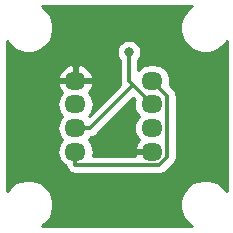
<source format=gbl>
G04 #@! TF.GenerationSoftware,KiCad,Pcbnew,(5.1.2)-1*
G04 #@! TF.CreationDate,2021-08-30T19:49:36+09:00*
G04 #@! TF.ProjectId,IR,49522e6b-6963-4616-945f-706362585858,v1.0*
G04 #@! TF.SameCoordinates,Original*
G04 #@! TF.FileFunction,Copper,L2,Bot*
G04 #@! TF.FilePolarity,Positive*
%FSLAX46Y46*%
G04 Gerber Fmt 4.6, Leading zero omitted, Abs format (unit mm)*
G04 Created by KiCad (PCBNEW (5.1.2)-1) date 2021-08-30 19:49:36*
%MOMM*%
%LPD*%
G04 APERTURE LIST*
%ADD10O,1.800000X1.524000*%
%ADD11C,0.800000*%
%ADD12C,0.300000*%
%ADD13C,0.254000*%
G04 APERTURE END LIST*
D10*
X185500000Y-113000000D03*
X185500000Y-111000000D03*
X185500000Y-109000000D03*
X185500000Y-107000000D03*
X192000000Y-107000000D03*
X192000000Y-109000000D03*
X192000000Y-111000000D03*
X192000000Y-113000000D03*
D11*
X187750000Y-113000000D03*
X196250000Y-109500000D03*
X187500000Y-105000000D03*
X190000000Y-101250000D03*
X182500000Y-107000000D03*
X190026000Y-104568200D03*
D12*
X192000000Y-113000000D02*
X187750000Y-113000000D01*
X185500000Y-107000000D02*
X182500000Y-107000000D01*
X192605400Y-114112300D02*
X185500000Y-114112300D01*
X193275300Y-113442400D02*
X192605400Y-114112300D01*
X193275300Y-108275300D02*
X193275300Y-113442400D01*
X192000000Y-107000000D02*
X193275300Y-108275300D01*
X185500000Y-113000000D02*
X185500000Y-114112300D01*
X185500000Y-111000000D02*
X186750300Y-111000000D01*
X190375200Y-107375100D02*
X186750300Y-111000000D01*
X192000000Y-109000000D02*
X190375200Y-107375100D01*
X190026000Y-107026000D02*
X190026000Y-104568200D01*
X190375200Y-107375100D02*
X190026000Y-107026000D01*
D13*
G36*
X195139017Y-100841637D02*
G01*
X194841637Y-101139017D01*
X194607988Y-101488698D01*
X194447047Y-101877244D01*
X194365000Y-102289721D01*
X194365000Y-102710279D01*
X194447047Y-103122756D01*
X194607988Y-103511302D01*
X194841637Y-103860983D01*
X195139017Y-104158363D01*
X195488698Y-104392012D01*
X195877244Y-104552953D01*
X196289721Y-104635000D01*
X196710279Y-104635000D01*
X197122756Y-104552953D01*
X197511302Y-104392012D01*
X197860983Y-104158363D01*
X198158363Y-103860983D01*
X198290000Y-103663974D01*
X198290001Y-116336027D01*
X198158363Y-116139017D01*
X197860983Y-115841637D01*
X197511302Y-115607988D01*
X197122756Y-115447047D01*
X196710279Y-115365000D01*
X196289721Y-115365000D01*
X195877244Y-115447047D01*
X195488698Y-115607988D01*
X195139017Y-115841637D01*
X194841637Y-116139017D01*
X194607988Y-116488698D01*
X194447047Y-116877244D01*
X194365000Y-117289721D01*
X194365000Y-117710279D01*
X194447047Y-118122756D01*
X194607988Y-118511302D01*
X194841637Y-118860983D01*
X195139017Y-119158363D01*
X195336026Y-119290000D01*
X182663974Y-119290000D01*
X182860983Y-119158363D01*
X183158363Y-118860983D01*
X183392012Y-118511302D01*
X183552953Y-118122756D01*
X183635000Y-117710279D01*
X183635000Y-117289721D01*
X183552953Y-116877244D01*
X183392012Y-116488698D01*
X183158363Y-116139017D01*
X182860983Y-115841637D01*
X182511302Y-115607988D01*
X182122756Y-115447047D01*
X181710279Y-115365000D01*
X181289721Y-115365000D01*
X180877244Y-115447047D01*
X180488698Y-115607988D01*
X180139017Y-115841637D01*
X179841637Y-116139017D01*
X179710000Y-116336026D01*
X179710000Y-109000000D01*
X183958241Y-109000000D01*
X183985214Y-109273860D01*
X184065096Y-109537195D01*
X184194817Y-109779887D01*
X184369392Y-109992608D01*
X184378399Y-110000000D01*
X184369392Y-110007392D01*
X184194817Y-110220113D01*
X184065096Y-110462805D01*
X183985214Y-110726140D01*
X183958241Y-111000000D01*
X183985214Y-111273860D01*
X184065096Y-111537195D01*
X184194817Y-111779887D01*
X184369392Y-111992608D01*
X184378399Y-112000000D01*
X184369392Y-112007392D01*
X184194817Y-112220113D01*
X184065096Y-112462805D01*
X183985214Y-112726140D01*
X183958241Y-113000000D01*
X183985214Y-113273860D01*
X184065096Y-113537195D01*
X184194817Y-113779887D01*
X184369392Y-113992608D01*
X184582113Y-114167183D01*
X184724082Y-114243067D01*
X184726359Y-114266187D01*
X184771246Y-114414160D01*
X184844138Y-114550533D01*
X184942236Y-114670064D01*
X185061767Y-114768162D01*
X185198140Y-114841054D01*
X185346113Y-114885941D01*
X185461439Y-114897300D01*
X185461440Y-114897300D01*
X185500000Y-114901098D01*
X185538561Y-114897300D01*
X192566847Y-114897300D01*
X192605400Y-114901097D01*
X192643953Y-114897300D01*
X192643961Y-114897300D01*
X192759287Y-114885941D01*
X192907260Y-114841054D01*
X193043633Y-114768162D01*
X193163164Y-114670064D01*
X193187747Y-114640110D01*
X193803110Y-114024747D01*
X193833064Y-114000164D01*
X193931162Y-113880633D01*
X194004054Y-113744260D01*
X194048942Y-113596287D01*
X194056320Y-113521374D01*
X194060300Y-113480961D01*
X194060300Y-113480956D01*
X194064097Y-113442400D01*
X194060300Y-113403844D01*
X194060300Y-108313856D01*
X194064097Y-108275300D01*
X194060300Y-108236740D01*
X194060300Y-108236739D01*
X194053449Y-108167183D01*
X194048942Y-108121413D01*
X194004054Y-107973440D01*
X193966356Y-107902912D01*
X193931162Y-107837067D01*
X193833064Y-107717536D01*
X193803111Y-107692954D01*
X193484350Y-107374193D01*
X193514786Y-107273860D01*
X193541759Y-107000000D01*
X193514786Y-106726140D01*
X193434904Y-106462805D01*
X193305183Y-106220113D01*
X193130608Y-106007392D01*
X192917887Y-105832817D01*
X192675195Y-105703096D01*
X192411860Y-105623214D01*
X192206625Y-105603000D01*
X191793375Y-105603000D01*
X191588140Y-105623214D01*
X191324805Y-105703096D01*
X191082113Y-105832817D01*
X190869392Y-106007392D01*
X190811000Y-106078543D01*
X190811000Y-105246911D01*
X190829937Y-105227974D01*
X190943205Y-105058456D01*
X191021226Y-104870098D01*
X191061000Y-104670139D01*
X191061000Y-104466261D01*
X191021226Y-104266302D01*
X190943205Y-104077944D01*
X190829937Y-103908426D01*
X190685774Y-103764263D01*
X190516256Y-103650995D01*
X190327898Y-103572974D01*
X190127939Y-103533200D01*
X189924061Y-103533200D01*
X189724102Y-103572974D01*
X189535744Y-103650995D01*
X189366226Y-103764263D01*
X189222063Y-103908426D01*
X189108795Y-104077944D01*
X189030774Y-104266302D01*
X188991000Y-104466261D01*
X188991000Y-104670139D01*
X189030774Y-104870098D01*
X189108795Y-105058456D01*
X189222063Y-105227974D01*
X189241001Y-105246912D01*
X189241000Y-106987500D01*
X189237203Y-107026112D01*
X189244436Y-107099447D01*
X189252359Y-107179886D01*
X189252375Y-107179940D01*
X189252381Y-107179997D01*
X189274386Y-107252498D01*
X189297246Y-107327859D01*
X189297274Y-107327912D01*
X189297290Y-107327964D01*
X189302477Y-107337666D01*
X186631574Y-110008569D01*
X186630608Y-110007392D01*
X186621601Y-110000000D01*
X186630608Y-109992608D01*
X186805183Y-109779887D01*
X186934904Y-109537195D01*
X187014786Y-109273860D01*
X187041759Y-109000000D01*
X187014786Y-108726140D01*
X186934904Y-108462805D01*
X186805183Y-108220113D01*
X186630608Y-108007392D01*
X186614337Y-107994039D01*
X186762135Y-107830330D01*
X186902524Y-107595068D01*
X186992220Y-107343070D01*
X186869720Y-107127000D01*
X185627000Y-107127000D01*
X185627000Y-107147000D01*
X185373000Y-107147000D01*
X185373000Y-107127000D01*
X184130280Y-107127000D01*
X184007780Y-107343070D01*
X184097476Y-107595068D01*
X184237865Y-107830330D01*
X184385663Y-107994039D01*
X184369392Y-108007392D01*
X184194817Y-108220113D01*
X184065096Y-108462805D01*
X183985214Y-108726140D01*
X183958241Y-109000000D01*
X179710000Y-109000000D01*
X179710000Y-106656930D01*
X184007780Y-106656930D01*
X184130280Y-106873000D01*
X185373000Y-106873000D01*
X185373000Y-105761251D01*
X185627000Y-105761251D01*
X185627000Y-106873000D01*
X186869720Y-106873000D01*
X186992220Y-106656930D01*
X186902524Y-106404932D01*
X186762135Y-106169670D01*
X186578546Y-105966317D01*
X186358812Y-105802688D01*
X186111378Y-105685071D01*
X185845752Y-105617986D01*
X185627000Y-105761251D01*
X185373000Y-105761251D01*
X185154248Y-105617986D01*
X184888622Y-105685071D01*
X184641188Y-105802688D01*
X184421454Y-105966317D01*
X184237865Y-106169670D01*
X184097476Y-106404932D01*
X184007780Y-106656930D01*
X179710000Y-106656930D01*
X179710000Y-103663974D01*
X179841637Y-103860983D01*
X180139017Y-104158363D01*
X180488698Y-104392012D01*
X180877244Y-104552953D01*
X181289721Y-104635000D01*
X181710279Y-104635000D01*
X182122756Y-104552953D01*
X182511302Y-104392012D01*
X182860983Y-104158363D01*
X183158363Y-103860983D01*
X183392012Y-103511302D01*
X183552953Y-103122756D01*
X183635000Y-102710279D01*
X183635000Y-102289721D01*
X183552953Y-101877244D01*
X183392012Y-101488698D01*
X183158363Y-101139017D01*
X182860983Y-100841637D01*
X182663974Y-100710000D01*
X195336026Y-100710000D01*
X195139017Y-100841637D01*
X195139017Y-100841637D01*
G37*
X195139017Y-100841637D02*
X194841637Y-101139017D01*
X194607988Y-101488698D01*
X194447047Y-101877244D01*
X194365000Y-102289721D01*
X194365000Y-102710279D01*
X194447047Y-103122756D01*
X194607988Y-103511302D01*
X194841637Y-103860983D01*
X195139017Y-104158363D01*
X195488698Y-104392012D01*
X195877244Y-104552953D01*
X196289721Y-104635000D01*
X196710279Y-104635000D01*
X197122756Y-104552953D01*
X197511302Y-104392012D01*
X197860983Y-104158363D01*
X198158363Y-103860983D01*
X198290000Y-103663974D01*
X198290001Y-116336027D01*
X198158363Y-116139017D01*
X197860983Y-115841637D01*
X197511302Y-115607988D01*
X197122756Y-115447047D01*
X196710279Y-115365000D01*
X196289721Y-115365000D01*
X195877244Y-115447047D01*
X195488698Y-115607988D01*
X195139017Y-115841637D01*
X194841637Y-116139017D01*
X194607988Y-116488698D01*
X194447047Y-116877244D01*
X194365000Y-117289721D01*
X194365000Y-117710279D01*
X194447047Y-118122756D01*
X194607988Y-118511302D01*
X194841637Y-118860983D01*
X195139017Y-119158363D01*
X195336026Y-119290000D01*
X182663974Y-119290000D01*
X182860983Y-119158363D01*
X183158363Y-118860983D01*
X183392012Y-118511302D01*
X183552953Y-118122756D01*
X183635000Y-117710279D01*
X183635000Y-117289721D01*
X183552953Y-116877244D01*
X183392012Y-116488698D01*
X183158363Y-116139017D01*
X182860983Y-115841637D01*
X182511302Y-115607988D01*
X182122756Y-115447047D01*
X181710279Y-115365000D01*
X181289721Y-115365000D01*
X180877244Y-115447047D01*
X180488698Y-115607988D01*
X180139017Y-115841637D01*
X179841637Y-116139017D01*
X179710000Y-116336026D01*
X179710000Y-109000000D01*
X183958241Y-109000000D01*
X183985214Y-109273860D01*
X184065096Y-109537195D01*
X184194817Y-109779887D01*
X184369392Y-109992608D01*
X184378399Y-110000000D01*
X184369392Y-110007392D01*
X184194817Y-110220113D01*
X184065096Y-110462805D01*
X183985214Y-110726140D01*
X183958241Y-111000000D01*
X183985214Y-111273860D01*
X184065096Y-111537195D01*
X184194817Y-111779887D01*
X184369392Y-111992608D01*
X184378399Y-112000000D01*
X184369392Y-112007392D01*
X184194817Y-112220113D01*
X184065096Y-112462805D01*
X183985214Y-112726140D01*
X183958241Y-113000000D01*
X183985214Y-113273860D01*
X184065096Y-113537195D01*
X184194817Y-113779887D01*
X184369392Y-113992608D01*
X184582113Y-114167183D01*
X184724082Y-114243067D01*
X184726359Y-114266187D01*
X184771246Y-114414160D01*
X184844138Y-114550533D01*
X184942236Y-114670064D01*
X185061767Y-114768162D01*
X185198140Y-114841054D01*
X185346113Y-114885941D01*
X185461439Y-114897300D01*
X185461440Y-114897300D01*
X185500000Y-114901098D01*
X185538561Y-114897300D01*
X192566847Y-114897300D01*
X192605400Y-114901097D01*
X192643953Y-114897300D01*
X192643961Y-114897300D01*
X192759287Y-114885941D01*
X192907260Y-114841054D01*
X193043633Y-114768162D01*
X193163164Y-114670064D01*
X193187747Y-114640110D01*
X193803110Y-114024747D01*
X193833064Y-114000164D01*
X193931162Y-113880633D01*
X194004054Y-113744260D01*
X194048942Y-113596287D01*
X194056320Y-113521374D01*
X194060300Y-113480961D01*
X194060300Y-113480956D01*
X194064097Y-113442400D01*
X194060300Y-113403844D01*
X194060300Y-108313856D01*
X194064097Y-108275300D01*
X194060300Y-108236740D01*
X194060300Y-108236739D01*
X194053449Y-108167183D01*
X194048942Y-108121413D01*
X194004054Y-107973440D01*
X193966356Y-107902912D01*
X193931162Y-107837067D01*
X193833064Y-107717536D01*
X193803111Y-107692954D01*
X193484350Y-107374193D01*
X193514786Y-107273860D01*
X193541759Y-107000000D01*
X193514786Y-106726140D01*
X193434904Y-106462805D01*
X193305183Y-106220113D01*
X193130608Y-106007392D01*
X192917887Y-105832817D01*
X192675195Y-105703096D01*
X192411860Y-105623214D01*
X192206625Y-105603000D01*
X191793375Y-105603000D01*
X191588140Y-105623214D01*
X191324805Y-105703096D01*
X191082113Y-105832817D01*
X190869392Y-106007392D01*
X190811000Y-106078543D01*
X190811000Y-105246911D01*
X190829937Y-105227974D01*
X190943205Y-105058456D01*
X191021226Y-104870098D01*
X191061000Y-104670139D01*
X191061000Y-104466261D01*
X191021226Y-104266302D01*
X190943205Y-104077944D01*
X190829937Y-103908426D01*
X190685774Y-103764263D01*
X190516256Y-103650995D01*
X190327898Y-103572974D01*
X190127939Y-103533200D01*
X189924061Y-103533200D01*
X189724102Y-103572974D01*
X189535744Y-103650995D01*
X189366226Y-103764263D01*
X189222063Y-103908426D01*
X189108795Y-104077944D01*
X189030774Y-104266302D01*
X188991000Y-104466261D01*
X188991000Y-104670139D01*
X189030774Y-104870098D01*
X189108795Y-105058456D01*
X189222063Y-105227974D01*
X189241001Y-105246912D01*
X189241000Y-106987500D01*
X189237203Y-107026112D01*
X189244436Y-107099447D01*
X189252359Y-107179886D01*
X189252375Y-107179940D01*
X189252381Y-107179997D01*
X189274386Y-107252498D01*
X189297246Y-107327859D01*
X189297274Y-107327912D01*
X189297290Y-107327964D01*
X189302477Y-107337666D01*
X186631574Y-110008569D01*
X186630608Y-110007392D01*
X186621601Y-110000000D01*
X186630608Y-109992608D01*
X186805183Y-109779887D01*
X186934904Y-109537195D01*
X187014786Y-109273860D01*
X187041759Y-109000000D01*
X187014786Y-108726140D01*
X186934904Y-108462805D01*
X186805183Y-108220113D01*
X186630608Y-108007392D01*
X186614337Y-107994039D01*
X186762135Y-107830330D01*
X186902524Y-107595068D01*
X186992220Y-107343070D01*
X186869720Y-107127000D01*
X185627000Y-107127000D01*
X185627000Y-107147000D01*
X185373000Y-107147000D01*
X185373000Y-107127000D01*
X184130280Y-107127000D01*
X184007780Y-107343070D01*
X184097476Y-107595068D01*
X184237865Y-107830330D01*
X184385663Y-107994039D01*
X184369392Y-108007392D01*
X184194817Y-108220113D01*
X184065096Y-108462805D01*
X183985214Y-108726140D01*
X183958241Y-109000000D01*
X179710000Y-109000000D01*
X179710000Y-106656930D01*
X184007780Y-106656930D01*
X184130280Y-106873000D01*
X185373000Y-106873000D01*
X185373000Y-105761251D01*
X185627000Y-105761251D01*
X185627000Y-106873000D01*
X186869720Y-106873000D01*
X186992220Y-106656930D01*
X186902524Y-106404932D01*
X186762135Y-106169670D01*
X186578546Y-105966317D01*
X186358812Y-105802688D01*
X186111378Y-105685071D01*
X185845752Y-105617986D01*
X185627000Y-105761251D01*
X185373000Y-105761251D01*
X185154248Y-105617986D01*
X184888622Y-105685071D01*
X184641188Y-105802688D01*
X184421454Y-105966317D01*
X184237865Y-106169670D01*
X184097476Y-106404932D01*
X184007780Y-106656930D01*
X179710000Y-106656930D01*
X179710000Y-103663974D01*
X179841637Y-103860983D01*
X180139017Y-104158363D01*
X180488698Y-104392012D01*
X180877244Y-104552953D01*
X181289721Y-104635000D01*
X181710279Y-104635000D01*
X182122756Y-104552953D01*
X182511302Y-104392012D01*
X182860983Y-104158363D01*
X183158363Y-103860983D01*
X183392012Y-103511302D01*
X183552953Y-103122756D01*
X183635000Y-102710279D01*
X183635000Y-102289721D01*
X183552953Y-101877244D01*
X183392012Y-101488698D01*
X183158363Y-101139017D01*
X182860983Y-100841637D01*
X182663974Y-100710000D01*
X195336026Y-100710000D01*
X195139017Y-100841637D01*
G36*
X190515663Y-108625763D02*
G01*
X190485214Y-108726140D01*
X190458241Y-109000000D01*
X190485214Y-109273860D01*
X190565096Y-109537195D01*
X190694817Y-109779887D01*
X190869392Y-109992608D01*
X190878399Y-110000000D01*
X190869392Y-110007392D01*
X190694817Y-110220113D01*
X190565096Y-110462805D01*
X190485214Y-110726140D01*
X190458241Y-111000000D01*
X190485214Y-111273860D01*
X190565096Y-111537195D01*
X190694817Y-111779887D01*
X190869392Y-111992608D01*
X190885663Y-112005961D01*
X190737865Y-112169670D01*
X190597476Y-112404932D01*
X190507780Y-112656930D01*
X190630280Y-112873000D01*
X191873000Y-112873000D01*
X191873000Y-112853000D01*
X192127000Y-112853000D01*
X192127000Y-112873000D01*
X192147000Y-112873000D01*
X192147000Y-113127000D01*
X192127000Y-113127000D01*
X192127000Y-113147000D01*
X191873000Y-113147000D01*
X191873000Y-113127000D01*
X190630280Y-113127000D01*
X190516721Y-113327300D01*
X186998575Y-113327300D01*
X187014786Y-113273860D01*
X187041759Y-113000000D01*
X187014786Y-112726140D01*
X186934904Y-112462805D01*
X186805183Y-112220113D01*
X186630608Y-112007392D01*
X186621601Y-112000000D01*
X186630608Y-111992608D01*
X186802053Y-111783701D01*
X186904187Y-111773641D01*
X187052160Y-111728754D01*
X187188533Y-111655862D01*
X187308064Y-111557764D01*
X187332647Y-111527810D01*
X190375183Y-108485274D01*
X190515663Y-108625763D01*
X190515663Y-108625763D01*
G37*
X190515663Y-108625763D02*
X190485214Y-108726140D01*
X190458241Y-109000000D01*
X190485214Y-109273860D01*
X190565096Y-109537195D01*
X190694817Y-109779887D01*
X190869392Y-109992608D01*
X190878399Y-110000000D01*
X190869392Y-110007392D01*
X190694817Y-110220113D01*
X190565096Y-110462805D01*
X190485214Y-110726140D01*
X190458241Y-111000000D01*
X190485214Y-111273860D01*
X190565096Y-111537195D01*
X190694817Y-111779887D01*
X190869392Y-111992608D01*
X190885663Y-112005961D01*
X190737865Y-112169670D01*
X190597476Y-112404932D01*
X190507780Y-112656930D01*
X190630280Y-112873000D01*
X191873000Y-112873000D01*
X191873000Y-112853000D01*
X192127000Y-112853000D01*
X192127000Y-112873000D01*
X192147000Y-112873000D01*
X192147000Y-113127000D01*
X192127000Y-113127000D01*
X192127000Y-113147000D01*
X191873000Y-113147000D01*
X191873000Y-113127000D01*
X190630280Y-113127000D01*
X190516721Y-113327300D01*
X186998575Y-113327300D01*
X187014786Y-113273860D01*
X187041759Y-113000000D01*
X187014786Y-112726140D01*
X186934904Y-112462805D01*
X186805183Y-112220113D01*
X186630608Y-112007392D01*
X186621601Y-112000000D01*
X186630608Y-111992608D01*
X186802053Y-111783701D01*
X186904187Y-111773641D01*
X187052160Y-111728754D01*
X187188533Y-111655862D01*
X187308064Y-111557764D01*
X187332647Y-111527810D01*
X190375183Y-108485274D01*
X190515663Y-108625763D01*
M02*

</source>
